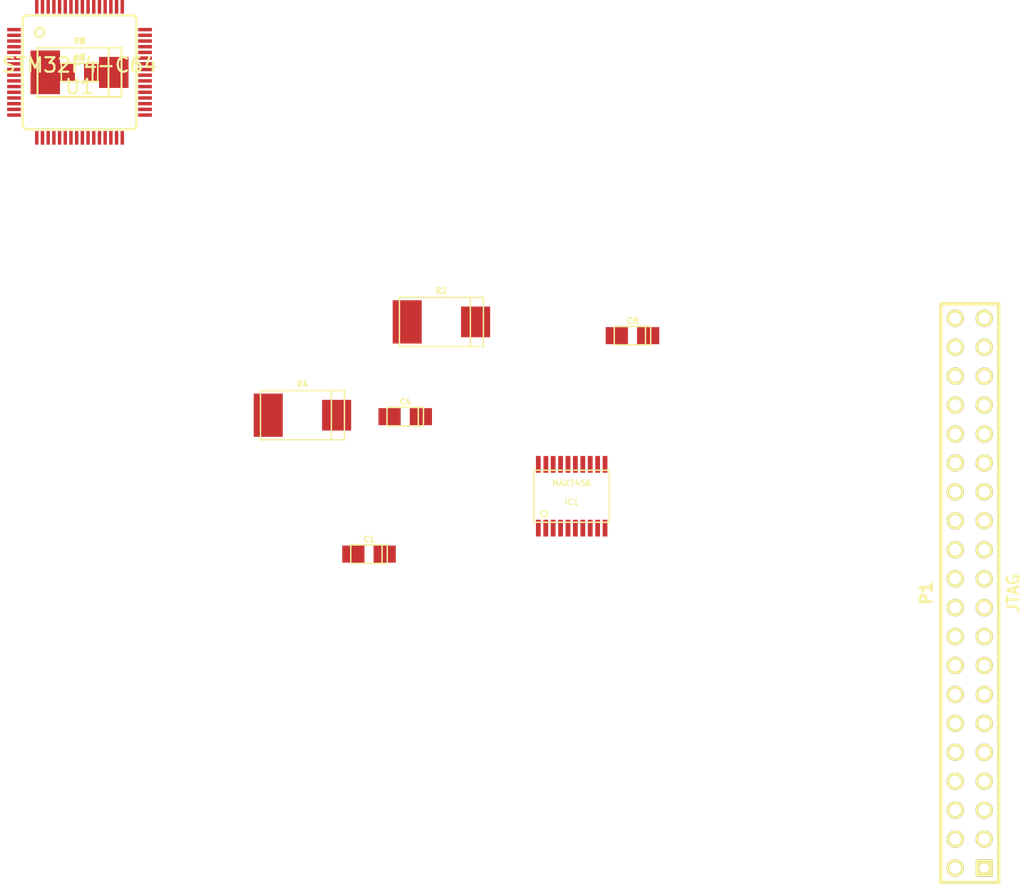
<source format=kicad_pcb>
(kicad_pcb (version 3) (host pcbnew "(2013-dec-23)-stable")

  (general
    (links 36)
    (no_connects 28)
    (area 0 0 0 0)
    (thickness 1.6)
    (drawings 0)
    (tracks 0)
    (zones 0)
    (modules 20)
    (nets 26)
  )

  (page A3)
  (layers
    (15 F.Cu signal)
    (0 B.Cu signal)
    (16 B.Adhes user)
    (17 F.Adhes user)
    (18 B.Paste user)
    (19 F.Paste user)
    (20 B.SilkS user)
    (21 F.SilkS user)
    (22 B.Mask user)
    (23 F.Mask user)
    (24 Dwgs.User user)
    (25 Cmts.User user)
    (26 Eco1.User user)
    (27 Eco2.User user)
    (28 Edge.Cuts user)
  )

  (setup
    (last_trace_width 0.254)
    (trace_clearance 0.254)
    (zone_clearance 0.508)
    (zone_45_only no)
    (trace_min 0.254)
    (segment_width 0.2)
    (edge_width 0.1)
    (via_size 0.889)
    (via_drill 0.635)
    (via_min_size 0.889)
    (via_min_drill 0.508)
    (uvia_size 0.508)
    (uvia_drill 0.127)
    (uvias_allowed no)
    (uvia_min_size 0.508)
    (uvia_min_drill 0.127)
    (pcb_text_width 0.3)
    (pcb_text_size 1.5 1.5)
    (mod_edge_width 0.15)
    (mod_text_size 1 1)
    (mod_text_width 0.15)
    (pad_size 1.5 1.5)
    (pad_drill 0.6)
    (pad_to_mask_clearance 0)
    (aux_axis_origin 0 0)
    (visible_elements FFFFFFBF)
    (pcbplotparams
      (layerselection 3178497)
      (usegerberextensions true)
      (excludeedgelayer true)
      (linewidth 0.150000)
      (plotframeref false)
      (viasonmask false)
      (mode 1)
      (useauxorigin false)
      (hpglpennumber 1)
      (hpglpenspeed 20)
      (hpglpendiameter 15)
      (hpglpenoverlay 2)
      (psnegative false)
      (psa4output false)
      (plotreference true)
      (plotvalue true)
      (plotothertext true)
      (plotinvisibletext false)
      (padsonsilk false)
      (subtractmaskfromsilk false)
      (outputformat 1)
      (mirror false)
      (drillshape 1)
      (scaleselection 1)
      (outputdirectory ""))
  )

  (net 0 "")
  (net 1 +5V)
  (net 2 /CAN1_H)
  (net 3 /CAN1_L)
  (net 4 /CAN1_RX)
  (net 5 /CAN1_TX)
  (net 6 /RESET)
  (net 7 /RX_1)
  (net 8 /SPI1MISO)
  (net 9 /SPI1MOSI)
  (net 10 /SPI1SCK)
  (net 11 /TCK)
  (net 12 /TDI)
  (net 13 /TDO)
  (net 14 /TMS)
  (net 15 /USART_RX_5)
  (net 16 /USART_TX_5)
  (net 17 /USB_D+)
  (net 18 /USB_D-)
  (net 19 /USB_VBUS)
  (net 20 GND)
  (net 21 N-0000020)
  (net 22 N-000004)
  (net 23 N-000005)
  (net 24 N-000006)
  (net 25 N-000007)

  (net_class Default "Dies ist die voreingestellte Netzklasse."
    (clearance 0.254)
    (trace_width 0.254)
    (via_dia 0.889)
    (via_drill 0.635)
    (uvia_dia 0.508)
    (uvia_drill 0.127)
    (add_net "")
    (add_net +5V)
    (add_net /CAN1_H)
    (add_net /CAN1_L)
    (add_net /CAN1_RX)
    (add_net /CAN1_TX)
    (add_net /RESET)
    (add_net /RX_1)
    (add_net /SPI1MISO)
    (add_net /SPI1MOSI)
    (add_net /SPI1SCK)
    (add_net /TCK)
    (add_net /TDI)
    (add_net /TDO)
    (add_net /TMS)
    (add_net /USART_RX_5)
    (add_net /USART_TX_5)
    (add_net /USB_D+)
    (add_net /USB_D-)
    (add_net /USB_VBUS)
    (add_net GND)
    (add_net N-0000020)
    (add_net N-000004)
    (add_net N-000005)
    (add_net N-000006)
    (add_net N-000007)
  )

  (module tssop-20 (layer F.Cu) (tedit 49E9CFE4) (tstamp 5383DC78)
    (at 43.18 37.211)
    (descr TSSOP-20)
    (path /537C16CA)
    (fp_text reference IC1 (at 0 0.508) (layer F.SilkS)
      (effects (font (size 0.50038 0.50038) (thickness 0.09906)))
    )
    (fp_text value MAX7456 (at 0 -1.143) (layer F.SilkS)
      (effects (font (size 0.50038 0.50038) (thickness 0.09906)))
    )
    (fp_line (start 3.302 -2.286) (end -3.302 -2.286) (layer F.SilkS) (width 0.127))
    (fp_line (start -3.302 -2.286) (end -3.302 2.286) (layer F.SilkS) (width 0.127))
    (fp_line (start -3.302 2.286) (end 3.302 2.286) (layer F.SilkS) (width 0.127))
    (fp_line (start 3.302 2.286) (end 3.302 -2.286) (layer F.SilkS) (width 0.127))
    (fp_circle (center -2.413 1.524) (end -2.54 1.778) (layer F.SilkS) (width 0.127))
    (pad 5 smd rect (at -0.32512 2.79908) (size 0.4191 1.47066)
      (layers F.Cu F.Paste F.Mask)
    )
    (pad 6 smd rect (at 0.32512 2.79908) (size 0.4191 1.47066)
      (layers F.Cu F.Paste F.Mask)
    )
    (pad 7 smd rect (at 0.97536 2.79908) (size 0.4191 1.47066)
      (layers F.Cu F.Paste F.Mask)
    )
    (pad 8 smd rect (at 1.6256 2.79908) (size 0.4191 1.47066)
      (layers F.Cu F.Paste F.Mask)
    )
    (pad 19 smd rect (at -2.26568 -2.794) (size 0.4191 1.47066)
      (layers F.Cu F.Paste F.Mask)
    )
    (pad 2 smd rect (at -2.27584 2.79908) (size 0.4191 1.47066)
      (layers F.Cu F.Paste F.Mask)
    )
    (pad 3 smd rect (at -1.6256 2.79908) (size 0.4191 1.47066)
      (layers F.Cu F.Paste F.Mask)
    )
    (pad 4 smd rect (at -0.97536 2.79908) (size 0.4191 1.47066)
      (layers F.Cu F.Paste F.Mask)
    )
    (pad 12 smd rect (at 2.27584 -2.79908) (size 0.4191 1.47066)
      (layers F.Cu F.Paste F.Mask)
    )
    (pad 13 smd rect (at 1.6256 -2.79908) (size 0.4191 1.47066)
      (layers F.Cu F.Paste F.Mask)
    )
    (pad 14 smd rect (at 0.97536 -2.79908) (size 0.4191 1.47066)
      (layers F.Cu F.Paste F.Mask)
    )
    (pad 15 smd rect (at 0.32512 -2.79908) (size 0.4191 1.47066)
      (layers F.Cu F.Paste F.Mask)
    )
    (pad 16 smd rect (at -0.32512 -2.79908) (size 0.4191 1.47066)
      (layers F.Cu F.Paste F.Mask)
    )
    (pad 17 smd rect (at -0.97536 -2.79908) (size 0.4191 1.47066)
      (layers F.Cu F.Paste F.Mask)
    )
    (pad 9 smd rect (at 2.27584 2.79908) (size 0.4191 1.47066)
      (layers F.Cu F.Paste F.Mask)
    )
    (pad 18 smd rect (at -1.6256 -2.794) (size 0.4191 1.47066)
      (layers F.Cu F.Paste F.Mask)
    )
    (pad 1 smd rect (at -2.92608 2.79908) (size 0.4191 1.47066)
      (layers F.Cu F.Paste F.Mask)
    )
    (pad 10 smd rect (at 2.92608 2.79908) (size 0.4191 1.47066)
      (layers F.Cu F.Paste F.Mask)
    )
    (pad 11 smd rect (at 2.92608 -2.79908) (size 0.4191 1.47066)
      (layers F.Cu F.Paste F.Mask)
    )
    (pad 20 smd rect (at -2.92608 -2.79908) (size 0.4191 1.47066)
      (layers F.Cu F.Paste F.Mask)
    )
    (model smd/smd_dil/tssop-20.wrl
      (at (xyz 0 0 0))
      (scale (xyz 1 1 1))
      (rotate (xyz 0 0 0))
    )
  )

  (module PIN_ARRAY_20X2 (layer F.Cu) (tedit 444612A3) (tstamp 5383DCA8)
    (at 78.105 45.72 90)
    (descr "Double rangee de contacts 2 x 12 pins")
    (tags CONN)
    (path /5383FB6A)
    (fp_text reference P1 (at 0 -3.81 90) (layer F.SilkS)
      (effects (font (size 1.016 1.016) (thickness 0.27432)))
    )
    (fp_text value JTAG (at 0 3.81 90) (layer F.SilkS)
      (effects (font (size 1.016 1.016) (thickness 0.2032)))
    )
    (fp_line (start 25.4 2.54) (end -25.4 2.54) (layer F.SilkS) (width 0.3048))
    (fp_line (start 25.4 -2.54) (end -25.4 -2.54) (layer F.SilkS) (width 0.3048))
    (fp_line (start 25.4 -2.54) (end 25.4 2.54) (layer F.SilkS) (width 0.3048))
    (fp_line (start -25.4 -2.54) (end -25.4 2.54) (layer F.SilkS) (width 0.3048))
    (pad 1 thru_hole rect (at -24.13 1.27 90) (size 1.524 1.524) (drill 0.8128)
      (layers *.Cu *.Mask F.SilkS)
      (net 11 /TCK)
    )
    (pad 2 thru_hole circle (at -24.13 -1.27 90) (size 1.524 1.524) (drill 1.016)
      (layers *.Cu *.Mask F.SilkS)
      (net 20 GND)
    )
    (pad 11 thru_hole circle (at -11.43 1.27 90) (size 1.524 1.524) (drill 1.016)
      (layers *.Cu *.Mask F.SilkS)
    )
    (pad 4 thru_hole circle (at -21.59 -1.27 90) (size 1.524 1.524) (drill 1.016)
      (layers *.Cu *.Mask F.SilkS)
      (net 1 +5V)
    )
    (pad 13 thru_hole circle (at -8.89 1.27 90) (size 1.524 1.524) (drill 1.016)
      (layers *.Cu *.Mask F.SilkS)
    )
    (pad 6 thru_hole circle (at -19.05 -1.27 90) (size 1.524 1.524) (drill 1.016)
      (layers *.Cu *.Mask F.SilkS)
      (net 6 /RESET)
    )
    (pad 15 thru_hole circle (at -6.35 1.27 90) (size 1.524 1.524) (drill 1.016)
      (layers *.Cu *.Mask F.SilkS)
    )
    (pad 8 thru_hole circle (at -16.51 -1.27 90) (size 1.524 1.524) (drill 1.016)
      (layers *.Cu *.Mask F.SilkS)
    )
    (pad 17 thru_hole circle (at -3.81 1.27 90) (size 1.524 1.524) (drill 1.016)
      (layers *.Cu *.Mask F.SilkS)
    )
    (pad 10 thru_hole circle (at -13.97 -1.27 90) (size 1.524 1.524) (drill 1.016)
      (layers *.Cu *.Mask F.SilkS)
      (net 20 GND)
    )
    (pad 19 thru_hole circle (at -1.27 1.27 90) (size 1.524 1.524) (drill 1.016)
      (layers *.Cu *.Mask F.SilkS)
    )
    (pad 12 thru_hole circle (at -11.43 -1.27 90) (size 1.524 1.524) (drill 1.016)
      (layers *.Cu *.Mask F.SilkS)
    )
    (pad 21 thru_hole circle (at 1.27 1.27 90) (size 1.524 1.524) (drill 1.016)
      (layers *.Cu *.Mask F.SilkS)
    )
    (pad 14 thru_hole circle (at -8.89 -1.27 90) (size 1.524 1.524) (drill 1.016)
      (layers *.Cu *.Mask F.SilkS)
    )
    (pad 23 thru_hole circle (at 3.81 1.27 90) (size 1.524 1.524) (drill 1.016)
      (layers *.Cu *.Mask F.SilkS)
    )
    (pad 16 thru_hole circle (at -6.35 -1.27 90) (size 1.524 1.524) (drill 1.016)
      (layers *.Cu *.Mask F.SilkS)
    )
    (pad 25 thru_hole circle (at 6.35 1.27 90) (size 1.524 1.524) (drill 1.016)
      (layers *.Cu *.Mask F.SilkS)
    )
    (pad 18 thru_hole circle (at -3.81 -1.27 90) (size 1.524 1.524) (drill 1.016)
      (layers *.Cu *.Mask F.SilkS)
    )
    (pad 27 thru_hole circle (at 8.89 1.27 90) (size 1.524 1.524) (drill 1.016)
      (layers *.Cu *.Mask F.SilkS)
    )
    (pad 20 thru_hole circle (at -1.27 -1.27 90) (size 1.524 1.524) (drill 1.016)
      (layers *.Cu *.Mask F.SilkS)
    )
    (pad 29 thru_hole circle (at 11.43 1.27 90) (size 1.524 1.524) (drill 1.016)
      (layers *.Cu *.Mask F.SilkS)
    )
    (pad 22 thru_hole circle (at 1.27 -1.27 90) (size 1.524 1.524) (drill 1.016)
      (layers *.Cu *.Mask F.SilkS)
    )
    (pad 31 thru_hole circle (at 13.97 1.27 90) (size 1.524 1.524) (drill 1.016)
      (layers *.Cu *.Mask F.SilkS)
    )
    (pad 24 thru_hole circle (at 3.81 -1.27 90) (size 1.524 1.524) (drill 1.016)
      (layers *.Cu *.Mask F.SilkS)
    )
    (pad 26 thru_hole circle (at 6.35 -1.27 90) (size 1.524 1.524) (drill 1.016)
      (layers *.Cu *.Mask F.SilkS)
    )
    (pad 33 thru_hole circle (at 16.51 1.27 90) (size 1.524 1.524) (drill 1.016)
      (layers *.Cu *.Mask F.SilkS)
    )
    (pad 28 thru_hole circle (at 8.89 -1.27 90) (size 1.524 1.524) (drill 1.016)
      (layers *.Cu *.Mask F.SilkS)
    )
    (pad 32 thru_hole circle (at 13.97 -1.27 90) (size 1.524 1.524) (drill 1.016)
      (layers *.Cu *.Mask F.SilkS)
    )
    (pad 34 thru_hole circle (at 16.51 -1.27 90) (size 1.524 1.524) (drill 1.016)
      (layers *.Cu *.Mask F.SilkS)
    )
    (pad 36 thru_hole circle (at 19.05 -1.27 90) (size 1.524 1.524) (drill 1.016)
      (layers *.Cu *.Mask F.SilkS)
    )
    (pad 38 thru_hole circle (at 21.59 -1.27 90) (size 1.524 1.524) (drill 1.016)
      (layers *.Cu *.Mask F.SilkS)
    )
    (pad 35 thru_hole circle (at 19.05 1.27 90) (size 1.524 1.524) (drill 1.016)
      (layers *.Cu *.Mask F.SilkS)
    )
    (pad 37 thru_hole circle (at 21.59 1.27 90) (size 1.524 1.524) (drill 1.016)
      (layers *.Cu *.Mask F.SilkS)
    )
    (pad 3 thru_hole circle (at -21.59 1.27 90) (size 1.524 1.524) (drill 1.016)
      (layers *.Cu *.Mask F.SilkS)
      (net 13 /TDO)
    )
    (pad 5 thru_hole circle (at -19.05 1.27 90) (size 1.524 1.524) (drill 1.016)
      (layers *.Cu *.Mask F.SilkS)
      (net 14 /TMS)
    )
    (pad 7 thru_hole circle (at -16.51 1.27 90) (size 1.524 1.524) (drill 1.016)
      (layers *.Cu *.Mask F.SilkS)
      (net 1 +5V)
    )
    (pad 9 thru_hole circle (at -13.97 1.27 90) (size 1.524 1.524) (drill 1.016)
      (layers *.Cu *.Mask F.SilkS)
      (net 12 /TDI)
    )
    (pad 39 thru_hole circle (at 24.13 1.27 90) (size 1.524 1.524) (drill 1.016)
      (layers *.Cu *.Mask F.SilkS)
    )
    (pad 40 thru_hole circle (at 24.13 -1.27 90) (size 1.524 1.524) (drill 1.016)
      (layers *.Cu *.Mask F.SilkS)
    )
    (pad 30 thru_hole circle (at 11.43 -1.27 90) (size 1.524 1.524) (drill 1.016)
      (layers *.Cu *.Mask F.SilkS)
    )
    (model pin_array/pins_array_20x2.wrl
      (at (xyz 0 0 0))
      (scale (xyz 1 1 1))
      (rotate (xyz 0 0 0))
    )
  )

  (module c_tant_D (layer F.Cu) (tedit 4D5D91AD) (tstamp 53B36DFB)
    (at 31.75 21.9075)
    (descr "SMT capacitor, tantalum size D")
    (path /538400F9)
    (fp_text reference R2 (at 0 -2.7305) (layer F.SilkS)
      (effects (font (size 0.50038 0.50038) (thickness 0.11938)))
    )
    (fp_text value 10K (at 0 2.7305) (layer F.SilkS) hide
      (effects (font (size 0.50038 0.50038) (thickness 0.11938)))
    )
    (fp_line (start 2.54 -2.159) (end 2.54 2.159) (layer F.SilkS) (width 0.127))
    (fp_line (start -3.683 -2.159) (end -3.683 2.159) (layer F.SilkS) (width 0.127))
    (fp_line (start -3.683 2.159) (end 3.683 2.159) (layer F.SilkS) (width 0.127))
    (fp_line (start 3.683 2.159) (end 3.683 -2.159) (layer F.SilkS) (width 0.127))
    (fp_line (start 3.683 -2.159) (end -3.683 -2.159) (layer F.SilkS) (width 0.127))
    (pad 1 smd rect (at 2.99974 0) (size 2.55016 2.70002)
      (layers F.Cu F.Paste F.Mask)
      (net 12 /TDI)
    )
    (pad 2 smd rect (at -2.99974 0) (size 2.55016 3.79984)
      (layers F.Cu F.Paste F.Mask)
      (net 1 +5V)
    )
    (model smd/capacitors/c_tant_D.wrl
      (at (xyz 0 0 0))
      (scale (xyz 1 1 1))
      (rotate (xyz 0 0 0))
    )
  )

  (module c_tant_D (layer F.Cu) (tedit 4D5D91AD) (tstamp 53B36E06)
    (at 0 0)
    (descr "SMT capacitor, tantalum size D")
    (path /53869E78)
    (fp_text reference R9 (at 0 -2.7305) (layer F.SilkS)
      (effects (font (size 0.50038 0.50038) (thickness 0.11938)))
    )
    (fp_text value 120K (at 0 2.7305) (layer F.SilkS) hide
      (effects (font (size 0.50038 0.50038) (thickness 0.11938)))
    )
    (fp_line (start 2.54 -2.159) (end 2.54 2.159) (layer F.SilkS) (width 0.127))
    (fp_line (start -3.683 -2.159) (end -3.683 2.159) (layer F.SilkS) (width 0.127))
    (fp_line (start -3.683 2.159) (end 3.683 2.159) (layer F.SilkS) (width 0.127))
    (fp_line (start 3.683 2.159) (end 3.683 -2.159) (layer F.SilkS) (width 0.127))
    (fp_line (start 3.683 -2.159) (end -3.683 -2.159) (layer F.SilkS) (width 0.127))
    (pad 1 smd rect (at 2.99974 0) (size 2.55016 2.70002)
      (layers F.Cu F.Paste F.Mask)
      (net 2 /CAN1_H)
    )
    (pad 2 smd rect (at -2.99974 0) (size 2.55016 3.79984)
      (layers F.Cu F.Paste F.Mask)
      (net 3 /CAN1_L)
    )
    (model smd/capacitors/c_tant_D.wrl
      (at (xyz 0 0 0))
      (scale (xyz 1 1 1))
      (rotate (xyz 0 0 0))
    )
  )

  (module c_tant_D (layer F.Cu) (tedit 4D5D91AD) (tstamp 53B36E11)
    (at 0 0)
    (descr "SMT capacitor, tantalum size D")
    (path /53869DC9)
    (fp_text reference R8 (at 0 -2.7305) (layer F.SilkS)
      (effects (font (size 0.50038 0.50038) (thickness 0.11938)))
    )
    (fp_text value 0K (at 0 2.7305) (layer F.SilkS) hide
      (effects (font (size 0.50038 0.50038) (thickness 0.11938)))
    )
    (fp_line (start 2.54 -2.159) (end 2.54 2.159) (layer F.SilkS) (width 0.127))
    (fp_line (start -3.683 -2.159) (end -3.683 2.159) (layer F.SilkS) (width 0.127))
    (fp_line (start -3.683 2.159) (end 3.683 2.159) (layer F.SilkS) (width 0.127))
    (fp_line (start 3.683 2.159) (end 3.683 -2.159) (layer F.SilkS) (width 0.127))
    (fp_line (start 3.683 -2.159) (end -3.683 -2.159) (layer F.SilkS) (width 0.127))
    (pad 1 smd rect (at 2.99974 0) (size 2.55016 2.70002)
      (layers F.Cu F.Paste F.Mask)
      (net 20 GND)
    )
    (pad 2 smd rect (at -2.99974 0) (size 2.55016 3.79984)
      (layers F.Cu F.Paste F.Mask)
      (net 25 N-000007)
    )
    (model smd/capacitors/c_tant_D.wrl
      (at (xyz 0 0 0))
      (scale (xyz 1 1 1))
      (rotate (xyz 0 0 0))
    )
  )

  (module c_tant_D (layer F.Cu) (tedit 4D5D91AD) (tstamp 53B36E1C)
    (at 19.558 30.099)
    (descr "SMT capacitor, tantalum size D")
    (path /53840F73)
    (fp_text reference R4 (at 0 -2.7305) (layer F.SilkS)
      (effects (font (size 0.50038 0.50038) (thickness 0.11938)))
    )
    (fp_text value "33 R" (at 0 2.7305) (layer F.SilkS) hide
      (effects (font (size 0.50038 0.50038) (thickness 0.11938)))
    )
    (fp_line (start 2.54 -2.159) (end 2.54 2.159) (layer F.SilkS) (width 0.127))
    (fp_line (start -3.683 -2.159) (end -3.683 2.159) (layer F.SilkS) (width 0.127))
    (fp_line (start -3.683 2.159) (end 3.683 2.159) (layer F.SilkS) (width 0.127))
    (fp_line (start 3.683 2.159) (end 3.683 -2.159) (layer F.SilkS) (width 0.127))
    (fp_line (start 3.683 -2.159) (end -3.683 -2.159) (layer F.SilkS) (width 0.127))
    (pad 1 smd rect (at 2.99974 0) (size 2.55016 2.70002)
      (layers F.Cu F.Paste F.Mask)
      (net 24 N-000006)
    )
    (pad 2 smd rect (at -2.99974 0) (size 2.55016 3.79984)
      (layers F.Cu F.Paste F.Mask)
      (net 17 /USB_D+)
    )
    (model smd/capacitors/c_tant_D.wrl
      (at (xyz 0 0 0))
      (scale (xyz 1 1 1))
      (rotate (xyz 0 0 0))
    )
  )

  (module c_tant_D (layer F.Cu) (tedit 4D5D91AD) (tstamp 53B36E27)
    (at 0 0)
    (descr "SMT capacitor, tantalum size D")
    (path /53840F6D)
    (fp_text reference R1 (at 0 -2.7305) (layer F.SilkS)
      (effects (font (size 0.50038 0.50038) (thickness 0.11938)))
    )
    (fp_text value "33 R" (at 0 2.7305) (layer F.SilkS) hide
      (effects (font (size 0.50038 0.50038) (thickness 0.11938)))
    )
    (fp_line (start 2.54 -2.159) (end 2.54 2.159) (layer F.SilkS) (width 0.127))
    (fp_line (start -3.683 -2.159) (end -3.683 2.159) (layer F.SilkS) (width 0.127))
    (fp_line (start -3.683 2.159) (end 3.683 2.159) (layer F.SilkS) (width 0.127))
    (fp_line (start 3.683 2.159) (end 3.683 -2.159) (layer F.SilkS) (width 0.127))
    (fp_line (start 3.683 -2.159) (end -3.683 -2.159) (layer F.SilkS) (width 0.127))
    (pad 1 smd rect (at 2.99974 0) (size 2.55016 2.70002)
      (layers F.Cu F.Paste F.Mask)
      (net 23 N-000005)
    )
    (pad 2 smd rect (at -2.99974 0) (size 2.55016 3.79984)
      (layers F.Cu F.Paste F.Mask)
      (net 18 /USB_D-)
    )
    (model smd/capacitors/c_tant_D.wrl
      (at (xyz 0 0 0))
      (scale (xyz 1 1 1))
      (rotate (xyz 0 0 0))
    )
  )

  (module c_tant_D (layer F.Cu) (tedit 4D5D91AD) (tstamp 53B36E32)
    (at 0 0)
    (descr "SMT capacitor, tantalum size D")
    (path /53840F5D)
    (fp_text reference R5 (at 0 -2.7305) (layer F.SilkS)
      (effects (font (size 0.50038 0.50038) (thickness 0.11938)))
    )
    (fp_text value "33 R" (at 0 2.7305) (layer F.SilkS) hide
      (effects (font (size 0.50038 0.50038) (thickness 0.11938)))
    )
    (fp_line (start 2.54 -2.159) (end 2.54 2.159) (layer F.SilkS) (width 0.127))
    (fp_line (start -3.683 -2.159) (end -3.683 2.159) (layer F.SilkS) (width 0.127))
    (fp_line (start -3.683 2.159) (end 3.683 2.159) (layer F.SilkS) (width 0.127))
    (fp_line (start 3.683 2.159) (end 3.683 -2.159) (layer F.SilkS) (width 0.127))
    (fp_line (start 3.683 -2.159) (end -3.683 -2.159) (layer F.SilkS) (width 0.127))
    (pad 1 smd rect (at 2.99974 0) (size 2.55016 2.70002)
      (layers F.Cu F.Paste F.Mask)
      (net 22 N-000004)
    )
    (pad 2 smd rect (at -2.99974 0) (size 2.55016 3.79984)
      (layers F.Cu F.Paste F.Mask)
      (net 19 /USB_VBUS)
    )
    (model smd/capacitors/c_tant_D.wrl
      (at (xyz 0 0 0))
      (scale (xyz 1 1 1))
      (rotate (xyz 0 0 0))
    )
  )

  (module c_tant_D (layer F.Cu) (tedit 4D5D91AD) (tstamp 53B36E3D)
    (at 0 0)
    (descr "SMT capacitor, tantalum size D")
    (path /5384010B)
    (fp_text reference R7 (at 0 -2.7305) (layer F.SilkS)
      (effects (font (size 0.50038 0.50038) (thickness 0.11938)))
    )
    (fp_text value 10K (at 0 2.7305) (layer F.SilkS) hide
      (effects (font (size 0.50038 0.50038) (thickness 0.11938)))
    )
    (fp_line (start 2.54 -2.159) (end 2.54 2.159) (layer F.SilkS) (width 0.127))
    (fp_line (start -3.683 -2.159) (end -3.683 2.159) (layer F.SilkS) (width 0.127))
    (fp_line (start -3.683 2.159) (end 3.683 2.159) (layer F.SilkS) (width 0.127))
    (fp_line (start 3.683 2.159) (end 3.683 -2.159) (layer F.SilkS) (width 0.127))
    (fp_line (start 3.683 -2.159) (end -3.683 -2.159) (layer F.SilkS) (width 0.127))
    (pad 1 smd rect (at 2.99974 0) (size 2.55016 2.70002)
      (layers F.Cu F.Paste F.Mask)
      (net 11 /TCK)
    )
    (pad 2 smd rect (at -2.99974 0) (size 2.55016 3.79984)
      (layers F.Cu F.Paste F.Mask)
      (net 1 +5V)
    )
    (model smd/capacitors/c_tant_D.wrl
      (at (xyz 0 0 0))
      (scale (xyz 1 1 1))
      (rotate (xyz 0 0 0))
    )
  )

  (module c_tant_D (layer F.Cu) (tedit 4D5D91AD) (tstamp 53B36E48)
    (at 0 0)
    (descr "SMT capacitor, tantalum size D")
    (path /53840105)
    (fp_text reference R6 (at 0 -2.7305) (layer F.SilkS)
      (effects (font (size 0.50038 0.50038) (thickness 0.11938)))
    )
    (fp_text value 10K (at 0 2.7305) (layer F.SilkS) hide
      (effects (font (size 0.50038 0.50038) (thickness 0.11938)))
    )
    (fp_line (start 2.54 -2.159) (end 2.54 2.159) (layer F.SilkS) (width 0.127))
    (fp_line (start -3.683 -2.159) (end -3.683 2.159) (layer F.SilkS) (width 0.127))
    (fp_line (start -3.683 2.159) (end 3.683 2.159) (layer F.SilkS) (width 0.127))
    (fp_line (start 3.683 2.159) (end 3.683 -2.159) (layer F.SilkS) (width 0.127))
    (fp_line (start 3.683 -2.159) (end -3.683 -2.159) (layer F.SilkS) (width 0.127))
    (pad 1 smd rect (at 2.99974 0) (size 2.55016 2.70002)
      (layers F.Cu F.Paste F.Mask)
      (net 13 /TDO)
    )
    (pad 2 smd rect (at -2.99974 0) (size 2.55016 3.79984)
      (layers F.Cu F.Paste F.Mask)
      (net 1 +5V)
    )
    (model smd/capacitors/c_tant_D.wrl
      (at (xyz 0 0 0))
      (scale (xyz 1 1 1))
      (rotate (xyz 0 0 0))
    )
  )

  (module c_tant_D (layer F.Cu) (tedit 4D5D91AD) (tstamp 53B36E53)
    (at 0 0)
    (descr "SMT capacitor, tantalum size D")
    (path /538400FF)
    (fp_text reference R3 (at 0 -2.7305) (layer F.SilkS)
      (effects (font (size 0.50038 0.50038) (thickness 0.11938)))
    )
    (fp_text value 10K (at 0 2.7305) (layer F.SilkS) hide
      (effects (font (size 0.50038 0.50038) (thickness 0.11938)))
    )
    (fp_line (start 2.54 -2.159) (end 2.54 2.159) (layer F.SilkS) (width 0.127))
    (fp_line (start -3.683 -2.159) (end -3.683 2.159) (layer F.SilkS) (width 0.127))
    (fp_line (start -3.683 2.159) (end 3.683 2.159) (layer F.SilkS) (width 0.127))
    (fp_line (start 3.683 2.159) (end 3.683 -2.159) (layer F.SilkS) (width 0.127))
    (fp_line (start 3.683 -2.159) (end -3.683 -2.159) (layer F.SilkS) (width 0.127))
    (pad 1 smd rect (at 2.99974 0) (size 2.55016 2.70002)
      (layers F.Cu F.Paste F.Mask)
      (net 14 /TMS)
    )
    (pad 2 smd rect (at -2.99974 0) (size 2.55016 3.79984)
      (layers F.Cu F.Paste F.Mask)
      (net 1 +5V)
    )
    (model smd/capacitors/c_tant_D.wrl
      (at (xyz 0 0 0))
      (scale (xyz 1 1 1))
      (rotate (xyz 0 0 0))
    )
  )

  (module c_tant_A (layer F.Cu) (tedit 4D5D91D2) (tstamp 53B36E5E)
    (at 28.575 30.226)
    (descr "SMT capacitor, tantalum size A")
    (path /5386AB36)
    (fp_text reference C4 (at 0.0254 -1.2954) (layer F.SilkS)
      (effects (font (size 0.50038 0.50038) (thickness 0.11938)))
    )
    (fp_text value 100nF (at 0 1.27) (layer F.SilkS) hide
      (effects (font (size 0.50038 0.50038) (thickness 0.11938)))
    )
    (fp_line (start 1.143 0.8128) (end 1.143 -0.8128) (layer F.SilkS) (width 0.127))
    (fp_line (start -1.6002 -0.8128) (end -1.6002 0.8128) (layer F.SilkS) (width 0.127))
    (fp_line (start -1.6002 0.8128) (end 1.6002 0.8128) (layer F.SilkS) (width 0.127))
    (fp_line (start 1.6002 0.8128) (end 1.6002 -0.8128) (layer F.SilkS) (width 0.127))
    (fp_line (start 1.6002 -0.8128) (end -1.6002 -0.8128) (layer F.SilkS) (width 0.127))
    (pad 1 smd rect (at 1.37414 0) (size 1.95072 1.50114)
      (layers F.Cu F.Paste F.Mask)
      (net 1 +5V)
    )
    (pad 2 smd rect (at -1.37414 0) (size 1.95072 1.50114)
      (layers F.Cu F.Paste F.Mask)
      (net 20 GND)
    )
    (model smd/capacitors/c_tant_A.wrl
      (at (xyz 0 0 0))
      (scale (xyz 1 1 1))
      (rotate (xyz 0 0 0))
    )
  )

  (module c_tant_A (layer F.Cu) (tedit 4D5D91D2) (tstamp 53B36E69)
    (at 48.514 23.114)
    (descr "SMT capacitor, tantalum size A")
    (path /5386BF3E)
    (fp_text reference C8 (at 0.0254 -1.2954) (layer F.SilkS)
      (effects (font (size 0.50038 0.50038) (thickness 0.11938)))
    )
    (fp_text value 10µF (at 0 1.27) (layer F.SilkS) hide
      (effects (font (size 0.50038 0.50038) (thickness 0.11938)))
    )
    (fp_line (start 1.143 0.8128) (end 1.143 -0.8128) (layer F.SilkS) (width 0.127))
    (fp_line (start -1.6002 -0.8128) (end -1.6002 0.8128) (layer F.SilkS) (width 0.127))
    (fp_line (start -1.6002 0.8128) (end 1.6002 0.8128) (layer F.SilkS) (width 0.127))
    (fp_line (start 1.6002 0.8128) (end 1.6002 -0.8128) (layer F.SilkS) (width 0.127))
    (fp_line (start 1.6002 -0.8128) (end -1.6002 -0.8128) (layer F.SilkS) (width 0.127))
    (pad 1 smd rect (at 1.37414 0) (size 1.95072 1.50114)
      (layers F.Cu F.Paste F.Mask)
      (net 21 N-0000020)
    )
    (pad 2 smd rect (at -1.37414 0) (size 1.95072 1.50114)
      (layers F.Cu F.Paste F.Mask)
      (net 20 GND)
    )
    (model smd/capacitors/c_tant_A.wrl
      (at (xyz 0 0 0))
      (scale (xyz 1 1 1))
      (rotate (xyz 0 0 0))
    )
  )

  (module c_tant_A (layer F.Cu) (tedit 4D5D91D2) (tstamp 53B36E74)
    (at 25.4 42.291)
    (descr "SMT capacitor, tantalum size A")
    (path /5386B6C4)
    (fp_text reference C1 (at 0.0254 -1.2954) (layer F.SilkS)
      (effects (font (size 0.50038 0.50038) (thickness 0.11938)))
    )
    (fp_text value 100nF (at 0 1.27) (layer F.SilkS) hide
      (effects (font (size 0.50038 0.50038) (thickness 0.11938)))
    )
    (fp_line (start 1.143 0.8128) (end 1.143 -0.8128) (layer F.SilkS) (width 0.127))
    (fp_line (start -1.6002 -0.8128) (end -1.6002 0.8128) (layer F.SilkS) (width 0.127))
    (fp_line (start -1.6002 0.8128) (end 1.6002 0.8128) (layer F.SilkS) (width 0.127))
    (fp_line (start 1.6002 0.8128) (end 1.6002 -0.8128) (layer F.SilkS) (width 0.127))
    (fp_line (start 1.6002 -0.8128) (end -1.6002 -0.8128) (layer F.SilkS) (width 0.127))
    (pad 1 smd rect (at 1.37414 0) (size 1.95072 1.50114)
      (layers F.Cu F.Paste F.Mask)
      (net 1 +5V)
    )
    (pad 2 smd rect (at -1.37414 0) (size 1.95072 1.50114)
      (layers F.Cu F.Paste F.Mask)
      (net 20 GND)
    )
    (model smd/capacitors/c_tant_A.wrl
      (at (xyz 0 0 0))
      (scale (xyz 1 1 1))
      (rotate (xyz 0 0 0))
    )
  )

  (module c_tant_A (layer F.Cu) (tedit 4D5D91D2) (tstamp 53B36E7F)
    (at 0 0)
    (descr "SMT capacitor, tantalum size A")
    (path /5386B208)
    (fp_text reference C3 (at 0.0254 -1.2954) (layer F.SilkS)
      (effects (font (size 0.50038 0.50038) (thickness 0.11938)))
    )
    (fp_text value 100nF (at 0 1.27) (layer F.SilkS) hide
      (effects (font (size 0.50038 0.50038) (thickness 0.11938)))
    )
    (fp_line (start 1.143 0.8128) (end 1.143 -0.8128) (layer F.SilkS) (width 0.127))
    (fp_line (start -1.6002 -0.8128) (end -1.6002 0.8128) (layer F.SilkS) (width 0.127))
    (fp_line (start -1.6002 0.8128) (end 1.6002 0.8128) (layer F.SilkS) (width 0.127))
    (fp_line (start 1.6002 0.8128) (end 1.6002 -0.8128) (layer F.SilkS) (width 0.127))
    (fp_line (start 1.6002 -0.8128) (end -1.6002 -0.8128) (layer F.SilkS) (width 0.127))
    (pad 1 smd rect (at 1.37414 0) (size 1.95072 1.50114)
      (layers F.Cu F.Paste F.Mask)
      (net 1 +5V)
    )
    (pad 2 smd rect (at -1.37414 0) (size 1.95072 1.50114)
      (layers F.Cu F.Paste F.Mask)
      (net 20 GND)
    )
    (model smd/capacitors/c_tant_A.wrl
      (at (xyz 0 0 0))
      (scale (xyz 1 1 1))
      (rotate (xyz 0 0 0))
    )
  )

  (module c_tant_A (layer F.Cu) (tedit 4D5D91D2) (tstamp 53B36E8A)
    (at 0 0)
    (descr "SMT capacitor, tantalum size A")
    (path /5386B171)
    (fp_text reference C2 (at 0.0254 -1.2954) (layer F.SilkS)
      (effects (font (size 0.50038 0.50038) (thickness 0.11938)))
    )
    (fp_text value 100nF (at 0 1.27) (layer F.SilkS) hide
      (effects (font (size 0.50038 0.50038) (thickness 0.11938)))
    )
    (fp_line (start 1.143 0.8128) (end 1.143 -0.8128) (layer F.SilkS) (width 0.127))
    (fp_line (start -1.6002 -0.8128) (end -1.6002 0.8128) (layer F.SilkS) (width 0.127))
    (fp_line (start -1.6002 0.8128) (end 1.6002 0.8128) (layer F.SilkS) (width 0.127))
    (fp_line (start 1.6002 0.8128) (end 1.6002 -0.8128) (layer F.SilkS) (width 0.127))
    (fp_line (start 1.6002 -0.8128) (end -1.6002 -0.8128) (layer F.SilkS) (width 0.127))
    (pad 1 smd rect (at 1.37414 0) (size 1.95072 1.50114)
      (layers F.Cu F.Paste F.Mask)
      (net 1 +5V)
    )
    (pad 2 smd rect (at -1.37414 0) (size 1.95072 1.50114)
      (layers F.Cu F.Paste F.Mask)
      (net 20 GND)
    )
    (model smd/capacitors/c_tant_A.wrl
      (at (xyz 0 0 0))
      (scale (xyz 1 1 1))
      (rotate (xyz 0 0 0))
    )
  )

  (module c_tant_A (layer F.Cu) (tedit 4D5D91D2) (tstamp 53B36E95)
    (at 0 0)
    (descr "SMT capacitor, tantalum size A")
    (path /5386B16B)
    (fp_text reference C7 (at 0.0254 -1.2954) (layer F.SilkS)
      (effects (font (size 0.50038 0.50038) (thickness 0.11938)))
    )
    (fp_text value 10µF (at 0 1.27) (layer F.SilkS) hide
      (effects (font (size 0.50038 0.50038) (thickness 0.11938)))
    )
    (fp_line (start 1.143 0.8128) (end 1.143 -0.8128) (layer F.SilkS) (width 0.127))
    (fp_line (start -1.6002 -0.8128) (end -1.6002 0.8128) (layer F.SilkS) (width 0.127))
    (fp_line (start -1.6002 0.8128) (end 1.6002 0.8128) (layer F.SilkS) (width 0.127))
    (fp_line (start 1.6002 0.8128) (end 1.6002 -0.8128) (layer F.SilkS) (width 0.127))
    (fp_line (start 1.6002 -0.8128) (end -1.6002 -0.8128) (layer F.SilkS) (width 0.127))
    (pad 1 smd rect (at 1.37414 0) (size 1.95072 1.50114)
      (layers F.Cu F.Paste F.Mask)
      (net 20 GND)
    )
    (pad 2 smd rect (at -1.37414 0) (size 1.95072 1.50114)
      (layers F.Cu F.Paste F.Mask)
      (net 1 +5V)
    )
    (model smd/capacitors/c_tant_A.wrl
      (at (xyz 0 0 0))
      (scale (xyz 1 1 1))
      (rotate (xyz 0 0 0))
    )
  )

  (module c_tant_A (layer F.Cu) (tedit 4D5D91D2) (tstamp 53B36EA0)
    (at 0 0)
    (descr "SMT capacitor, tantalum size A")
    (path /5386B165)
    (fp_text reference C6 (at 0.0254 -1.2954) (layer F.SilkS)
      (effects (font (size 0.50038 0.50038) (thickness 0.11938)))
    )
    (fp_text value 100nF (at 0 1.27) (layer F.SilkS) hide
      (effects (font (size 0.50038 0.50038) (thickness 0.11938)))
    )
    (fp_line (start 1.143 0.8128) (end 1.143 -0.8128) (layer F.SilkS) (width 0.127))
    (fp_line (start -1.6002 -0.8128) (end -1.6002 0.8128) (layer F.SilkS) (width 0.127))
    (fp_line (start -1.6002 0.8128) (end 1.6002 0.8128) (layer F.SilkS) (width 0.127))
    (fp_line (start 1.6002 0.8128) (end 1.6002 -0.8128) (layer F.SilkS) (width 0.127))
    (fp_line (start 1.6002 -0.8128) (end -1.6002 -0.8128) (layer F.SilkS) (width 0.127))
    (pad 1 smd rect (at 1.37414 0) (size 1.95072 1.50114)
      (layers F.Cu F.Paste F.Mask)
      (net 20 GND)
    )
    (pad 2 smd rect (at -1.37414 0) (size 1.95072 1.50114)
      (layers F.Cu F.Paste F.Mask)
      (net 1 +5V)
    )
    (model smd/capacitors/c_tant_A.wrl
      (at (xyz 0 0 0))
      (scale (xyz 1 1 1))
      (rotate (xyz 0 0 0))
    )
  )

  (module c_tant_A (layer F.Cu) (tedit 4D5D91D2) (tstamp 53B36EAB)
    (at 0 0)
    (descr "SMT capacitor, tantalum size A")
    (path /5386ADA1)
    (fp_text reference C5 (at 0.0254 -1.2954) (layer F.SilkS)
      (effects (font (size 0.50038 0.50038) (thickness 0.11938)))
    )
    (fp_text value 10µF (at 0 1.27) (layer F.SilkS) hide
      (effects (font (size 0.50038 0.50038) (thickness 0.11938)))
    )
    (fp_line (start 1.143 0.8128) (end 1.143 -0.8128) (layer F.SilkS) (width 0.127))
    (fp_line (start -1.6002 -0.8128) (end -1.6002 0.8128) (layer F.SilkS) (width 0.127))
    (fp_line (start -1.6002 0.8128) (end 1.6002 0.8128) (layer F.SilkS) (width 0.127))
    (fp_line (start 1.6002 0.8128) (end 1.6002 -0.8128) (layer F.SilkS) (width 0.127))
    (fp_line (start 1.6002 -0.8128) (end -1.6002 -0.8128) (layer F.SilkS) (width 0.127))
    (pad 1 smd rect (at 1.37414 0) (size 1.95072 1.50114)
      (layers F.Cu F.Paste F.Mask)
      (net 1 +5V)
    )
    (pad 2 smd rect (at -1.37414 0) (size 1.95072 1.50114)
      (layers F.Cu F.Paste F.Mask)
      (net 20 GND)
    )
    (model smd/capacitors/c_tant_A.wrl
      (at (xyz 0 0 0))
      (scale (xyz 1 1 1))
      (rotate (xyz 0 0 0))
    )
  )

  (module LQFP64 (layer F.Cu) (tedit 5216CA74) (tstamp 53B372D2)
    (at 0 0)
    (path /537C1A79)
    (fp_text reference U1 (at 0 1.27) (layer F.SilkS)
      (effects (font (size 1.27 1.27) (thickness 0.2)))
    )
    (fp_text value STM32F4-C64 (at 0 -0.635) (layer F.SilkS)
      (effects (font (size 1.27 1.27) (thickness 0.2)))
    )
    (fp_line (start -5 4.75) (end -5 -4.75) (layer F.SilkS) (width 0.2))
    (fp_line (start -5 -4.75) (end -4.75 -5) (layer F.SilkS) (width 0.2))
    (fp_line (start -4.75 -5) (end 4.75 -5) (layer F.SilkS) (width 0.2))
    (fp_line (start 4.75 -5) (end 5 -4.75) (layer F.SilkS) (width 0.2))
    (fp_line (start 5 -4.75) (end 5 4.75) (layer F.SilkS) (width 0.2))
    (fp_line (start 5 4.75) (end 4.75 5) (layer F.SilkS) (width 0.2))
    (fp_line (start 4.75 5) (end -4.75 5) (layer F.SilkS) (width 0.2))
    (fp_line (start -4.75 5) (end -5 4.75) (layer F.SilkS) (width 0.2))
    (fp_circle (center -3.5 -3.5) (end -3.1 -3.5) (layer F.SilkS) (width 0.2))
    (pad 9 smd rect (at -5.75 0.25) (size 1.2 0.3)
      (layers F.Cu F.Paste F.Mask)
    )
    (pad 8 smd rect (at -5.75 -0.25) (size 1.2 0.3)
      (layers F.Cu F.Paste F.Mask)
    )
    (pad 10 smd rect (at -5.75 0.75) (size 1.2 0.3)
      (layers F.Cu F.Paste F.Mask)
    )
    (pad 7 smd rect (at -5.75 -0.75) (size 1.2 0.3)
      (layers F.Cu F.Paste F.Mask)
    )
    (pad 6 smd rect (at -5.75 -1.25) (size 1.2 0.3)
      (layers F.Cu F.Paste F.Mask)
    )
    (pad 5 smd rect (at -5.75 -1.75) (size 1.2 0.3)
      (layers F.Cu F.Paste F.Mask)
    )
    (pad 4 smd rect (at -5.75 -2.25) (size 1.2 0.3)
      (layers F.Cu F.Paste F.Mask)
    )
    (pad 3 smd rect (at -5.75 -2.75) (size 1.2 0.3)
      (layers F.Cu F.Paste F.Mask)
    )
    (pad 11 smd rect (at -5.75 1.25) (size 1.2 0.3)
      (layers F.Cu F.Paste F.Mask)
    )
    (pad 12 smd rect (at -5.75 1.75) (size 1.2 0.3)
      (layers F.Cu F.Paste F.Mask)
      (net 20 GND)
    )
    (pad 13 smd rect (at -5.75 2.25) (size 1.2 0.3)
      (layers F.Cu F.Paste F.Mask)
      (net 1 +5V)
    )
    (pad 14 smd rect (at -5.75 2.75) (size 1.2 0.3)
      (layers F.Cu F.Paste F.Mask)
    )
    (pad 40 smd rect (at 5.75 0.25) (size 1.2 0.3)
      (layers F.Cu F.Paste F.Mask)
    )
    (pad 41 smd rect (at 5.75 -0.25) (size 1.2 0.3)
      (layers F.Cu F.Paste F.Mask)
    )
    (pad 39 smd rect (at 5.75 0.75) (size 1.2 0.3)
      (layers F.Cu F.Paste F.Mask)
    )
    (pad 38 smd rect (at 5.75 1.25) (size 1.2 0.3)
      (layers F.Cu F.Paste F.Mask)
    )
    (pad 37 smd rect (at 5.75 1.75) (size 1.2 0.3)
      (layers F.Cu F.Paste F.Mask)
    )
    (pad 36 smd rect (at 5.75 2.25) (size 1.2 0.3)
      (layers F.Cu F.Paste F.Mask)
    )
    (pad 35 smd rect (at 5.75 2.75) (size 1.2 0.3)
      (layers F.Cu F.Paste F.Mask)
    )
    (pad 42 smd rect (at 5.75 -0.75) (size 1.2 0.3)
      (layers F.Cu F.Paste F.Mask)
      (net 19 /USB_VBUS)
    )
    (pad 43 smd rect (at 5.75 -1.25) (size 1.2 0.3)
      (layers F.Cu F.Paste F.Mask)
      (net 7 /RX_1)
    )
    (pad 44 smd rect (at 5.75 -1.75) (size 1.2 0.3)
      (layers F.Cu F.Paste F.Mask)
      (net 18 /USB_D-)
    )
    (pad 45 smd rect (at 5.75 -2.25) (size 1.2 0.3)
      (layers F.Cu F.Paste F.Mask)
      (net 17 /USB_D+)
    )
    (pad 46 smd rect (at 5.75 -2.75) (size 1.2 0.3)
      (layers F.Cu F.Paste F.Mask)
      (net 14 /TMS)
    )
    (pad 56 smd rect (at 0.25 -5.75 90) (size 1.2 0.3)
      (layers F.Cu F.Paste F.Mask)
      (net 6 /RESET)
    )
    (pad 55 smd rect (at 0.75 -5.75 90) (size 1.2 0.3)
      (layers F.Cu F.Paste F.Mask)
      (net 13 /TDO)
    )
    (pad 54 smd rect (at 1.25 -5.75 90) (size 1.2 0.3)
      (layers F.Cu F.Paste F.Mask)
      (net 15 /USART_RX_5)
    )
    (pad 53 smd rect (at 1.75 -5.75 90) (size 1.2 0.3)
      (layers F.Cu F.Paste F.Mask)
      (net 16 /USART_TX_5)
    )
    (pad 52 smd rect (at 2.25 -5.75 90) (size 1.2 0.3)
      (layers F.Cu F.Paste F.Mask)
    )
    (pad 51 smd rect (at 2.75 -5.75 90) (size 1.2 0.3)
      (layers F.Cu F.Paste F.Mask)
    )
    (pad 57 smd rect (at -0.25 -5.75 90) (size 1.2 0.3)
      (layers F.Cu F.Paste F.Mask)
    )
    (pad 58 smd rect (at -0.75 -5.75 90) (size 1.2 0.3)
      (layers F.Cu F.Paste F.Mask)
    )
    (pad 59 smd rect (at -1.25 -5.75 90) (size 1.2 0.3)
      (layers F.Cu F.Paste F.Mask)
    )
    (pad 60 smd rect (at -1.75 -5.75 90) (size 1.2 0.3)
      (layers F.Cu F.Paste F.Mask)
    )
    (pad 61 smd rect (at -2.25 -5.75 90) (size 1.2 0.3)
      (layers F.Cu F.Paste F.Mask)
      (net 4 /CAN1_RX)
    )
    (pad 62 smd rect (at -2.75 -5.75 90) (size 1.2 0.3)
      (layers F.Cu F.Paste F.Mask)
      (net 5 /CAN1_TX)
    )
    (pad 25 smd rect (at 0.25 5.75 90) (size 1.2 0.3)
      (layers F.Cu F.Paste F.Mask)
    )
    (pad 26 smd rect (at 0.75 5.75 90) (size 1.2 0.3)
      (layers F.Cu F.Paste F.Mask)
    )
    (pad 27 smd rect (at 1.25 5.75 90) (size 1.2 0.3)
      (layers F.Cu F.Paste F.Mask)
    )
    (pad 28 smd rect (at 1.75 5.75 90) (size 1.2 0.3)
      (layers F.Cu F.Paste F.Mask)
    )
    (pad 29 smd rect (at 2.25 5.75 90) (size 1.2 0.3)
      (layers F.Cu F.Paste F.Mask)
    )
    (pad 30 smd rect (at 2.75 5.75 90) (size 1.2 0.3)
      (layers F.Cu F.Paste F.Mask)
    )
    (pad 24 smd rect (at -0.25 5.75 90) (size 1.2 0.3)
      (layers F.Cu F.Paste F.Mask)
    )
    (pad 23 smd rect (at -0.75 5.75 90) (size 1.2 0.3)
      (layers F.Cu F.Paste F.Mask)
      (net 9 /SPI1MOSI)
    )
    (pad 22 smd rect (at -1.25 5.75 90) (size 1.2 0.3)
      (layers F.Cu F.Paste F.Mask)
      (net 8 /SPI1MISO)
    )
    (pad 21 smd rect (at -1.75 5.75 90) (size 1.2 0.3)
      (layers F.Cu F.Paste F.Mask)
      (net 10 /SPI1SCK)
    )
    (pad 20 smd rect (at -2.25 5.75 90) (size 1.2 0.3)
      (layers F.Cu F.Paste F.Mask)
    )
    (pad 19 smd rect (at -2.75 5.75 90) (size 1.2 0.3)
      (layers F.Cu F.Paste F.Mask)
    )
    (pad 50 smd rect (at 3.25 -5.75 90) (size 1.2 0.3)
      (layers F.Cu F.Paste F.Mask)
      (net 12 /TDI)
    )
    (pad 49 smd rect (at 3.75 -5.75 90) (size 1.2 0.3)
      (layers F.Cu F.Paste F.Mask)
      (net 11 /TCK)
    )
    (pad 63 smd rect (at -3.25 -5.75 90) (size 1.2 0.3)
      (layers F.Cu F.Paste F.Mask)
    )
    (pad 64 smd rect (at -3.75 -5.75 90) (size 1.2 0.3)
      (layers F.Cu F.Paste F.Mask)
    )
    (pad 31 smd rect (at 3.25 5.75 90) (size 1.2 0.3)
      (layers F.Cu F.Paste F.Mask)
    )
    (pad 18 smd rect (at -3.25 5.75 90) (size 1.2 0.3)
      (layers F.Cu F.Paste F.Mask)
    )
    (pad 32 smd rect (at 3.75 5.75 90) (size 1.2 0.3)
      (layers F.Cu F.Paste F.Mask)
    )
    (pad 17 smd rect (at -3.75 5.75 90) (size 1.2 0.3)
      (layers F.Cu F.Paste F.Mask)
    )
    (pad 15 smd rect (at -5.75 3.25) (size 1.2 0.3)
      (layers F.Cu F.Paste F.Mask)
    )
    (pad 16 smd rect (at -5.75 3.75) (size 1.2 0.3)
      (layers F.Cu F.Paste F.Mask)
    )
    (pad 2 smd rect (at -5.75 -3.25) (size 1.2 0.3)
      (layers F.Cu F.Paste F.Mask)
    )
    (pad 1 smd rect (at -5.75 -3.75) (size 1.2 0.3)
      (layers F.Cu F.Paste F.Mask)
    )
    (pad 47 smd rect (at 5.75 -3.25) (size 1.2 0.3)
      (layers F.Cu F.Paste F.Mask)
    )
    (pad 48 smd rect (at 5.75 -3.75) (size 1.2 0.3)
      (layers F.Cu F.Paste F.Mask)
    )
    (pad 34 smd rect (at 5.75 3.25) (size 1.2 0.3)
      (layers F.Cu F.Paste F.Mask)
    )
    (pad 33 smd rect (at 5.75 3.75) (size 1.2 0.3)
      (layers F.Cu F.Paste F.Mask)
    )
    (model lqfp/lqfp64.wrl
      (at (xyz 0 0 0))
      (scale (xyz 1 1 1))
      (rotate (xyz 0 0 0))
    )
  )

)

</source>
